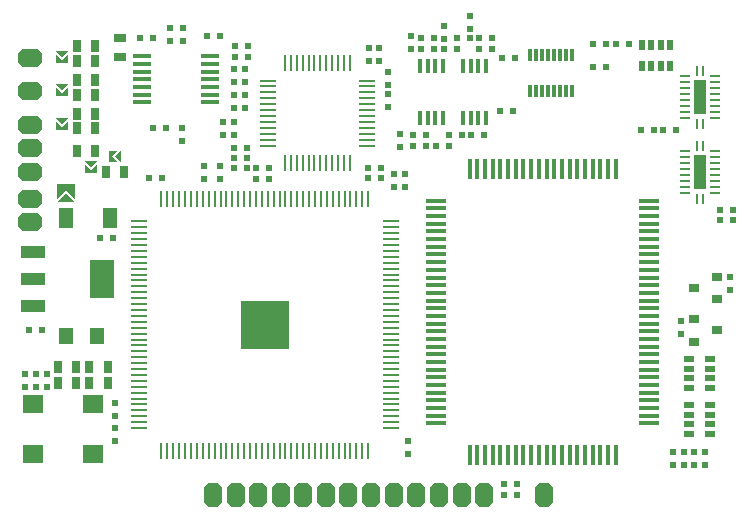
<source format=gtp>
G04*
G04 #@! TF.GenerationSoftware,Altium Limited,Altium Designer,21.7.2 (23)*
G04*
G04 Layer_Color=8421504*
%FSAX44Y44*%
%MOMM*%
G71*
G04*
G04 #@! TF.SameCoordinates,9FC8B08E-5A0B-468E-A9A2-6B38CBE9F6CB*
G04*
G04*
G04 #@! TF.FilePolarity,Positive*
G04*
G01*
G75*
%ADD17R,1.8000X0.3500*%
%ADD18R,0.3500X1.8000*%
%ADD19R,0.3000X1.0000*%
%ADD20R,0.4000X1.3000*%
%ADD21R,0.9500X0.5500*%
%ADD22R,1.5500X0.3500*%
%ADD23R,1.4620X0.2794*%
%ADD24R,0.2794X1.4620*%
%ADD25R,1.2000X1.4000*%
%ADD26R,1.3000X1.8000*%
%ADD27R,2.1500X3.2500*%
%ADD28R,2.1500X1.0000*%
%ADD29R,0.1000X0.1000*%
%ADD30R,0.6500X1.0000*%
%ADD31R,1.0000X0.6500*%
%ADD32R,1.8000X1.6000*%
%ADD33R,1.3533X0.2794*%
%ADD34R,0.2794X1.3533*%
%ADD35R,4.1402X4.1402*%
%ADD36R,0.9000X0.2500*%
%ADD37R,0.2500X0.9000*%
%ADD38R,1.0000X3.0000*%
G04:AMPARAMS|DCode=39|XSize=1.5mm|YSize=2mm|CornerRadius=0mm|HoleSize=0mm|Usage=FLASHONLY|Rotation=180.000|XOffset=0mm|YOffset=0mm|HoleType=Round|Shape=Octagon|*
%AMOCTAGOND39*
4,1,8,0.3750,-1.0000,-0.3750,-1.0000,-0.7500,-0.6250,-0.7500,0.6250,-0.3750,1.0000,0.3750,1.0000,0.7500,0.6250,0.7500,-0.6250,0.3750,-1.0000,0.0*
%
%ADD39OCTAGOND39*%

%ADD40R,0.6000X0.5000*%
%ADD41R,0.9000X0.8000*%
%ADD42R,0.5000X0.6000*%
%ADD43R,0.5500X0.9500*%
G04:AMPARAMS|DCode=44|XSize=1.5mm|YSize=2mm|CornerRadius=0mm|HoleSize=0mm|Usage=FLASHONLY|Rotation=90.000|XOffset=0mm|YOffset=0mm|HoleType=Round|Shape=Octagon|*
%AMOCTAGOND44*
4,1,8,-1.0000,-0.3750,-1.0000,0.3750,-0.6250,0.7500,0.6250,0.7500,1.0000,0.3750,1.0000,-0.3750,0.6250,-0.7500,-0.6250,-0.7500,-1.0000,-0.3750,0.0*
%
%ADD44OCTAGOND44*%

%ADD45R,0.1000X0.1000*%
G36*
X00454750Y00985850D02*
X00449750Y00990850D01*
X00459750D01*
X00454750Y00985850D01*
D02*
G37*
G36*
X00459750Y00980850D02*
X00449750D01*
Y00988350D01*
X00454750Y00983350D01*
X00459750Y00988350D01*
Y00980850D01*
D02*
G37*
G36*
X00454750Y00957350D02*
X00449750Y00962350D01*
X00459750D01*
X00454750Y00957350D01*
D02*
G37*
G36*
X00459750Y00952350D02*
X00449750D01*
Y00959850D01*
X00454750Y00954850D01*
X00459750Y00959850D01*
Y00952350D01*
D02*
G37*
G36*
X00454750Y00928850D02*
X00449750Y00933850D01*
X00459750D01*
X00454750Y00928850D01*
D02*
G37*
G36*
X00459750Y00923850D02*
X00449750D01*
Y00931350D01*
X00454750Y00926350D01*
X00459750Y00931350D01*
Y00923850D01*
D02*
G37*
G36*
X00504750Y00896350D02*
X00499750Y00901350D01*
X00504750Y00906350D01*
Y00896350D01*
D02*
G37*
G36*
X00497250Y00901350D02*
X00502250Y00896350D01*
X00494750D01*
Y00906350D01*
X00502250D01*
X00497250Y00901350D01*
D02*
G37*
G36*
X00479250Y00892350D02*
X00474250Y00897350D01*
X00484250D01*
X00479250Y00892350D01*
D02*
G37*
G36*
X00484250Y00887350D02*
X00474250D01*
Y00894850D01*
X00479250Y00889850D01*
X00484250Y00894850D01*
Y00887350D01*
D02*
G37*
G36*
X00465750Y00865350D02*
X00458250Y00872850D01*
X00450750Y00865350D01*
Y00877850D01*
X00465750D01*
Y00865350D01*
D02*
G37*
G36*
X00465750Y00862850D02*
X00450750D01*
X00458250Y00870350D01*
X00465750Y00862850D01*
D02*
G37*
G36*
X00646201Y00766750D02*
X00634400D01*
Y00778551D01*
X00646201D01*
Y00766750D01*
D02*
G37*
G36*
X00632400D02*
X00620600D01*
Y00778551D01*
X00632400D01*
Y00766750D01*
D02*
G37*
G36*
X00618600D02*
X00606799D01*
Y00778551D01*
X00618600D01*
Y00766750D01*
D02*
G37*
G36*
X00646201Y00752950D02*
X00634400D01*
Y00764750D01*
X00646201D01*
Y00752950D01*
D02*
G37*
G36*
X00632400D02*
X00620600D01*
Y00764750D01*
X00632400D01*
Y00752950D01*
D02*
G37*
G36*
X00618600D02*
X00606799D01*
Y00764750D01*
X00618600D01*
Y00752950D01*
D02*
G37*
G36*
X00646201Y00739149D02*
X00634400D01*
Y00750950D01*
X00646201D01*
Y00739149D01*
D02*
G37*
G36*
X00632400D02*
X00620600D01*
Y00750950D01*
X00632400D01*
Y00739149D01*
D02*
G37*
G36*
X00618600D02*
X00606799D01*
Y00750950D01*
X00618600D01*
Y00739149D01*
D02*
G37*
D17*
X00771750Y00857350D02*
D03*
Y00863850D02*
D03*
Y00850850D02*
D03*
Y00837850D02*
D03*
Y00844350D02*
D03*
Y00824850D02*
D03*
Y00831350D02*
D03*
Y00811850D02*
D03*
Y00818350D02*
D03*
Y00798850D02*
D03*
Y00805350D02*
D03*
Y00785850D02*
D03*
Y00792350D02*
D03*
Y00772850D02*
D03*
Y00779350D02*
D03*
Y00688350D02*
D03*
Y00681850D02*
D03*
Y00701350D02*
D03*
Y00694850D02*
D03*
Y00714350D02*
D03*
Y00707850D02*
D03*
Y00727350D02*
D03*
Y00720850D02*
D03*
Y00740350D02*
D03*
Y00733850D02*
D03*
Y00753350D02*
D03*
Y00746850D02*
D03*
Y00759850D02*
D03*
Y00766350D02*
D03*
Y00675350D02*
D03*
X00951750Y00863850D02*
D03*
Y00772850D02*
D03*
Y00779350D02*
D03*
Y00792350D02*
D03*
Y00785850D02*
D03*
Y00805350D02*
D03*
Y00798850D02*
D03*
Y00818350D02*
D03*
Y00811850D02*
D03*
Y00831350D02*
D03*
Y00824850D02*
D03*
Y00844350D02*
D03*
Y00837850D02*
D03*
Y00857350D02*
D03*
Y00850850D02*
D03*
Y00759850D02*
D03*
Y00766350D02*
D03*
Y00746850D02*
D03*
Y00753350D02*
D03*
Y00733850D02*
D03*
Y00740350D02*
D03*
Y00720850D02*
D03*
Y00727350D02*
D03*
Y00707850D02*
D03*
Y00714350D02*
D03*
Y00694850D02*
D03*
Y00701350D02*
D03*
Y00688350D02*
D03*
Y00675350D02*
D03*
Y00681850D02*
D03*
D18*
X00897500Y00648600D02*
D03*
X00904000D02*
D03*
X00917000D02*
D03*
X00910500D02*
D03*
X00923500D02*
D03*
X00884500D02*
D03*
X00891000D02*
D03*
X00871500D02*
D03*
X00878000D02*
D03*
X00858500D02*
D03*
X00865000D02*
D03*
X00845500D02*
D03*
X00852000D02*
D03*
X00832500D02*
D03*
X00839000D02*
D03*
X00819500D02*
D03*
X00826000D02*
D03*
X00813000D02*
D03*
X00800000D02*
D03*
X00806500D02*
D03*
X00917000Y00890600D02*
D03*
X00923500D02*
D03*
X00910500D02*
D03*
X00897500D02*
D03*
X00904000D02*
D03*
X00884500D02*
D03*
X00891000D02*
D03*
X00871500D02*
D03*
X00878000D02*
D03*
X00858500D02*
D03*
X00865000D02*
D03*
X00845500D02*
D03*
X00852000D02*
D03*
X00832500D02*
D03*
X00839000D02*
D03*
X00800000D02*
D03*
X00813000D02*
D03*
X00806500D02*
D03*
X00819500D02*
D03*
X00826000D02*
D03*
D19*
X00851250Y00956600D02*
D03*
X00856250D02*
D03*
X00861250D02*
D03*
X00866250D02*
D03*
X00871250D02*
D03*
X00876250D02*
D03*
X00881250D02*
D03*
X00886250D02*
D03*
X00851250Y00987600D02*
D03*
X00856250D02*
D03*
X00861250D02*
D03*
X00866250D02*
D03*
X00871250D02*
D03*
X00876250D02*
D03*
X00881250D02*
D03*
X00886250D02*
D03*
D20*
X00777500Y00977850D02*
D03*
X00771000D02*
D03*
X00764500D02*
D03*
X00758000D02*
D03*
X00777500Y00933850D02*
D03*
X00771000D02*
D03*
X00764500D02*
D03*
X00758000D02*
D03*
X00813750Y00977850D02*
D03*
X00807250D02*
D03*
X00800750D02*
D03*
X00794250D02*
D03*
X00813750Y00933850D02*
D03*
X00807250D02*
D03*
X00800750D02*
D03*
X00794250D02*
D03*
D21*
X00985750Y00690600D02*
D03*
Y00682600D02*
D03*
Y00674600D02*
D03*
Y00666600D02*
D03*
X01003750Y00690600D02*
D03*
Y00682600D02*
D03*
Y00674600D02*
D03*
Y00666600D02*
D03*
Y00705600D02*
D03*
Y00713600D02*
D03*
Y00721600D02*
D03*
Y00729600D02*
D03*
X00985750Y00705600D02*
D03*
Y00713600D02*
D03*
Y00721600D02*
D03*
Y00729600D02*
D03*
D22*
X00580250Y00947100D02*
D03*
Y00953600D02*
D03*
Y00960100D02*
D03*
Y00966600D02*
D03*
Y00973100D02*
D03*
Y00979600D02*
D03*
Y00986100D02*
D03*
X00522750Y00947100D02*
D03*
Y00953600D02*
D03*
Y00960100D02*
D03*
Y00966600D02*
D03*
Y00973100D02*
D03*
Y00979600D02*
D03*
Y00986100D02*
D03*
D23*
X00713164Y00960600D02*
D03*
Y00955600D02*
D03*
Y00965600D02*
D03*
Y00950600D02*
D03*
Y00945600D02*
D03*
Y00940600D02*
D03*
Y00935600D02*
D03*
Y00925600D02*
D03*
Y00920600D02*
D03*
Y00930600D02*
D03*
Y00915600D02*
D03*
Y00910600D02*
D03*
X00628836Y00965600D02*
D03*
Y00955600D02*
D03*
Y00950600D02*
D03*
Y00960600D02*
D03*
Y00945600D02*
D03*
Y00940600D02*
D03*
Y00935600D02*
D03*
Y00925600D02*
D03*
Y00920600D02*
D03*
Y00930600D02*
D03*
Y00915600D02*
D03*
Y00910600D02*
D03*
D24*
X00693500Y00980264D02*
D03*
X00698500D02*
D03*
X00683500D02*
D03*
X00688500D02*
D03*
X00678500D02*
D03*
X00673500D02*
D03*
X00693500Y00895936D02*
D03*
X00698500D02*
D03*
X00683500D02*
D03*
X00688500D02*
D03*
X00678500D02*
D03*
X00673500D02*
D03*
X00663500Y00980264D02*
D03*
X00668500D02*
D03*
X00653500D02*
D03*
X00658500D02*
D03*
X00648500D02*
D03*
X00643500D02*
D03*
X00663500Y00895936D02*
D03*
X00668500D02*
D03*
X00653500D02*
D03*
X00658500D02*
D03*
X00648500D02*
D03*
X00643500D02*
D03*
D25*
X00458000Y00749350D02*
D03*
X00484000D02*
D03*
D26*
X00458250Y00849100D02*
D03*
X00495250D02*
D03*
D27*
X00488750Y00797350D02*
D03*
D28*
X00430250Y00820350D02*
D03*
Y00774350D02*
D03*
Y00797350D02*
D03*
D29*
X00458250Y00865850D02*
D03*
Y00877350D02*
D03*
X00479250Y00896850D02*
D03*
Y00887850D02*
D03*
X00454750Y00961850D02*
D03*
Y00952850D02*
D03*
Y00981350D02*
D03*
Y00990350D02*
D03*
Y00924350D02*
D03*
Y00933350D02*
D03*
D30*
X00483000Y00905850D02*
D03*
X00467500D02*
D03*
X00466500Y00709850D02*
D03*
X00451000D02*
D03*
X00466500Y00723100D02*
D03*
X00451000D02*
D03*
X00493500Y00709850D02*
D03*
X00478000D02*
D03*
X00493500Y00723100D02*
D03*
X00478000D02*
D03*
X00467500Y00925100D02*
D03*
X00483000D02*
D03*
X00467500Y00937600D02*
D03*
X00483000D02*
D03*
X00467500Y00953600D02*
D03*
X00483000D02*
D03*
X00467500Y00966100D02*
D03*
X00483000D02*
D03*
X00467500Y00982100D02*
D03*
X00483000D02*
D03*
X00467500Y00994600D02*
D03*
X00483000D02*
D03*
X00507500Y00888350D02*
D03*
X00492000D02*
D03*
D31*
X00503500Y01001350D02*
D03*
Y00985850D02*
D03*
D32*
X00430350Y00691350D02*
D03*
X00481150D02*
D03*
X00430350Y00649350D02*
D03*
X00481150D02*
D03*
D33*
X00733215Y00846350D02*
D03*
Y00841350D02*
D03*
Y00826350D02*
D03*
Y00821350D02*
D03*
Y00831350D02*
D03*
Y00811350D02*
D03*
Y00806350D02*
D03*
Y00816350D02*
D03*
Y00836350D02*
D03*
Y00796350D02*
D03*
Y00801350D02*
D03*
Y00781350D02*
D03*
Y00776350D02*
D03*
Y00786350D02*
D03*
Y00766350D02*
D03*
Y00761350D02*
D03*
Y00771350D02*
D03*
Y00791350D02*
D03*
Y00751350D02*
D03*
Y00756350D02*
D03*
Y00746350D02*
D03*
Y00731350D02*
D03*
Y00726350D02*
D03*
Y00736350D02*
D03*
Y00716350D02*
D03*
Y00711350D02*
D03*
Y00721350D02*
D03*
Y00741350D02*
D03*
Y00701350D02*
D03*
Y00706350D02*
D03*
Y00691350D02*
D03*
Y00686350D02*
D03*
Y00696350D02*
D03*
Y00676350D02*
D03*
Y00671350D02*
D03*
Y00681350D02*
D03*
X00519785Y00826350D02*
D03*
Y00846350D02*
D03*
Y00841350D02*
D03*
Y00836350D02*
D03*
Y00821350D02*
D03*
Y00816350D02*
D03*
Y00831350D02*
D03*
Y00806350D02*
D03*
Y00801350D02*
D03*
Y00811350D02*
D03*
Y00791350D02*
D03*
Y00796350D02*
D03*
Y00781350D02*
D03*
Y00776350D02*
D03*
Y00786350D02*
D03*
Y00766350D02*
D03*
Y00761350D02*
D03*
Y00771350D02*
D03*
Y00751350D02*
D03*
Y00746350D02*
D03*
Y00756350D02*
D03*
Y00731350D02*
D03*
Y00726350D02*
D03*
Y00736350D02*
D03*
Y00716350D02*
D03*
Y00711350D02*
D03*
Y00721350D02*
D03*
Y00741350D02*
D03*
Y00701350D02*
D03*
Y00706350D02*
D03*
Y00691350D02*
D03*
Y00686350D02*
D03*
Y00696350D02*
D03*
Y00676350D02*
D03*
Y00671350D02*
D03*
Y00681350D02*
D03*
D34*
X00714000Y00865565D02*
D03*
X00694000D02*
D03*
X00699000D02*
D03*
X00689000D02*
D03*
X00709000D02*
D03*
X00704000D02*
D03*
X00664000D02*
D03*
X00669000D02*
D03*
X00659000D02*
D03*
X00679000D02*
D03*
X00684000D02*
D03*
X00674000D02*
D03*
X00649000D02*
D03*
X00654000D02*
D03*
X00644000D02*
D03*
X00634000D02*
D03*
X00639000D02*
D03*
X00629000D02*
D03*
X00714000Y00652134D02*
D03*
X00694000D02*
D03*
X00699000D02*
D03*
X00689000D02*
D03*
X00709000D02*
D03*
X00704000D02*
D03*
X00664000D02*
D03*
X00669000D02*
D03*
X00659000D02*
D03*
X00679000D02*
D03*
X00684000D02*
D03*
X00674000D02*
D03*
X00649000D02*
D03*
X00654000D02*
D03*
X00644000D02*
D03*
X00634000D02*
D03*
X00639000D02*
D03*
X00629000D02*
D03*
X00604000Y00865565D02*
D03*
X00609000D02*
D03*
X00599000D02*
D03*
X00619000D02*
D03*
X00624000D02*
D03*
X00614000D02*
D03*
X00574000D02*
D03*
X00579000D02*
D03*
X00569000D02*
D03*
X00589000D02*
D03*
X00594000D02*
D03*
X00584000D02*
D03*
X00564000D02*
D03*
X00559000D02*
D03*
X00544000D02*
D03*
X00549000D02*
D03*
X00539000D02*
D03*
X00554000D02*
D03*
X00604000Y00652134D02*
D03*
X00609000D02*
D03*
X00599000D02*
D03*
X00619000D02*
D03*
X00624000D02*
D03*
X00614000D02*
D03*
X00584000D02*
D03*
X00589000D02*
D03*
X00579000D02*
D03*
X00594000D02*
D03*
X00569000D02*
D03*
X00574000D02*
D03*
X00564000D02*
D03*
X00544000D02*
D03*
X00549000D02*
D03*
X00539000D02*
D03*
X00559000D02*
D03*
X00554000D02*
D03*
D35*
X00626500Y00758850D02*
D03*
D36*
X01007250Y00934100D02*
D03*
Y00939100D02*
D03*
Y00944100D02*
D03*
Y00949100D02*
D03*
Y00954100D02*
D03*
Y00959100D02*
D03*
Y00964100D02*
D03*
Y00969100D02*
D03*
X00982250D02*
D03*
Y00964100D02*
D03*
Y00959100D02*
D03*
Y00954100D02*
D03*
Y00949100D02*
D03*
Y00944100D02*
D03*
Y00939100D02*
D03*
Y00934100D02*
D03*
Y00870600D02*
D03*
Y00875600D02*
D03*
Y00880600D02*
D03*
Y00885600D02*
D03*
Y00890600D02*
D03*
Y00895600D02*
D03*
Y00900600D02*
D03*
Y00905600D02*
D03*
X01007250D02*
D03*
Y00900600D02*
D03*
Y00895600D02*
D03*
Y00890600D02*
D03*
Y00885600D02*
D03*
Y00880600D02*
D03*
Y00875600D02*
D03*
Y00870600D02*
D03*
D37*
X00997250Y00974100D02*
D03*
X00992250D02*
D03*
X00997250Y00929100D02*
D03*
X00992250D02*
D03*
X00997250Y00865600D02*
D03*
X00992250D02*
D03*
Y00910600D02*
D03*
X00997250D02*
D03*
D38*
X00994750Y00951600D02*
D03*
Y00888100D02*
D03*
D39*
X00640500Y00614850D02*
D03*
X00812500D02*
D03*
X00862750D02*
D03*
X00735500D02*
D03*
X00716250D02*
D03*
X00697000D02*
D03*
X00678000D02*
D03*
X00659000D02*
D03*
X00621000D02*
D03*
X00602000D02*
D03*
X00582750D02*
D03*
X00754750D02*
D03*
X00774000D02*
D03*
X00793250D02*
D03*
D40*
X00432750Y00705850D02*
D03*
Y00716850D02*
D03*
X00736000Y00886850D02*
D03*
Y00875850D02*
D03*
X00745000Y00886850D02*
D03*
Y00875850D02*
D03*
X00441750Y00716850D02*
D03*
Y00705850D02*
D03*
X01020500Y00788600D02*
D03*
Y00799600D02*
D03*
X00778137Y01012140D02*
D03*
Y01001140D02*
D03*
X00800250Y01009600D02*
D03*
Y01020600D02*
D03*
X00978500Y00750850D02*
D03*
Y00761850D02*
D03*
X00546000Y01009850D02*
D03*
X00591250Y00930600D02*
D03*
Y00919600D02*
D03*
X00600500Y00930600D02*
D03*
Y00919600D02*
D03*
X00600250Y00942100D02*
D03*
Y00953100D02*
D03*
X00609750Y00942100D02*
D03*
Y00953100D02*
D03*
X00600250Y00964350D02*
D03*
Y00975350D02*
D03*
X00609750Y00964350D02*
D03*
Y00975350D02*
D03*
X00588469Y00881959D02*
D03*
Y00892959D02*
D03*
X00972250Y00651350D02*
D03*
Y00640350D02*
D03*
X00750500Y00992100D02*
D03*
Y01003100D02*
D03*
X00557500Y00998850D02*
D03*
Y01009850D02*
D03*
X00556250Y00925600D02*
D03*
Y00914600D02*
D03*
X00740750Y00909100D02*
D03*
Y00920100D02*
D03*
X00546000Y00998850D02*
D03*
X00723500Y00982100D02*
D03*
Y00993100D02*
D03*
X00714500Y00982100D02*
D03*
Y00993100D02*
D03*
X00423750Y00716850D02*
D03*
Y00705850D02*
D03*
X00499500Y00692350D02*
D03*
Y00681350D02*
D03*
X00747750Y00649100D02*
D03*
Y00660100D02*
D03*
X00499500Y00660350D02*
D03*
Y00671350D02*
D03*
X00730740Y00973020D02*
D03*
Y00962020D02*
D03*
X00730750Y00954350D02*
D03*
Y00943350D02*
D03*
X00574750Y00892850D02*
D03*
Y00881850D02*
D03*
X00999250Y00640350D02*
D03*
Y00651350D02*
D03*
X00990250D02*
D03*
Y00640350D02*
D03*
X00981250Y00651350D02*
D03*
Y00640350D02*
D03*
D41*
X00989500Y00763600D02*
D03*
Y00744600D02*
D03*
X01009500Y00754100D02*
D03*
Y00780600D02*
D03*
Y00799600D02*
D03*
X00989500Y00790100D02*
D03*
D42*
X00923750Y00996600D02*
D03*
X00934750D02*
D03*
X00714000Y00883100D02*
D03*
X00725000D02*
D03*
X00619000Y00882600D02*
D03*
X00630000D02*
D03*
X01012000Y00847350D02*
D03*
X01023000D02*
D03*
X00825500Y00940100D02*
D03*
X00836500D02*
D03*
X00600250Y00900100D02*
D03*
X00611250D02*
D03*
X00600250Y00908850D02*
D03*
X00611250D02*
D03*
X00601250Y00994850D02*
D03*
X00612250D02*
D03*
X00601250Y00985600D02*
D03*
X00612250D02*
D03*
X00487000Y00832600D02*
D03*
X00498000D02*
D03*
X00714000Y00891850D02*
D03*
X00725000D02*
D03*
X01012000Y00856100D02*
D03*
X01023000D02*
D03*
X00963750Y00923600D02*
D03*
X00974750D02*
D03*
X00782250Y00919100D02*
D03*
X00793250D02*
D03*
X00808000Y00992600D02*
D03*
X00819000D02*
D03*
X00778250Y00992600D02*
D03*
X00789250D02*
D03*
X00758750Y01001350D02*
D03*
X00769750D02*
D03*
X00758750Y00992600D02*
D03*
X00769750D02*
D03*
X00771250Y00910350D02*
D03*
X00782250D02*
D03*
X00600250Y00891350D02*
D03*
X00611250D02*
D03*
X00542750Y00925600D02*
D03*
X00531750D02*
D03*
X00915750Y00996600D02*
D03*
X00904750D02*
D03*
Y00977350D02*
D03*
X00915750D02*
D03*
X00539250Y00882850D02*
D03*
X00528250D02*
D03*
X00801000Y00919100D02*
D03*
X00812000D02*
D03*
X00829250Y00614850D02*
D03*
X00840250D02*
D03*
X00829250Y00623600D02*
D03*
X00840250D02*
D03*
X00955750Y00923600D02*
D03*
X00752250Y00919100D02*
D03*
X00763250D02*
D03*
X00752250Y00910350D02*
D03*
X00763250D02*
D03*
X00577250Y01003600D02*
D03*
X00588250D02*
D03*
X00520750Y01001350D02*
D03*
X00531750D02*
D03*
X00827000Y00984850D02*
D03*
X00838000D02*
D03*
X00944750Y00923600D02*
D03*
X00630000Y00891350D02*
D03*
X00619000D02*
D03*
X00819000Y01001350D02*
D03*
X00808000D02*
D03*
X00800250Y01001350D02*
D03*
X00789250D02*
D03*
X00438250Y00754100D02*
D03*
X00427250D02*
D03*
D43*
X00969750Y00995600D02*
D03*
X00961750D02*
D03*
X00953750D02*
D03*
X00945750D02*
D03*
X00969750Y00977600D02*
D03*
X00961750D02*
D03*
X00953750D02*
D03*
X00945750D02*
D03*
D44*
X00427750Y00956600D02*
D03*
Y00985100D02*
D03*
Y00928100D02*
D03*
Y00908100D02*
D03*
Y00888100D02*
D03*
X00427500Y00865600D02*
D03*
Y00845600D02*
D03*
D45*
X00495250Y00901350D02*
D03*
X00504250D02*
D03*
M02*

</source>
